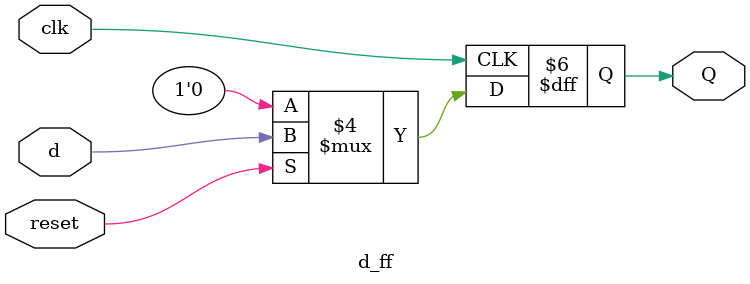
<source format=v>
module d_ff(
input wire d,
input wire clk,
input wire reset,
output reg Q);


always @(posedge clk) begin
  if (!reset) begin
    Q<=1'b0;
  end
    else begin
Q<=d;
end
end
  
endmodule

</source>
